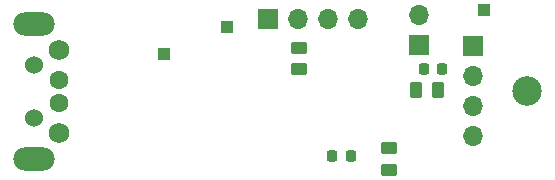
<source format=gbr>
G04 #@! TF.GenerationSoftware,KiCad,Pcbnew,6.0.4+dfsg-1*
G04 #@! TF.CreationDate,2022-04-07T16:59:10-04:00*
G04 #@! TF.ProjectId,PortaNet,506f7274-614e-4657-942e-6b696361645f,rev?*
G04 #@! TF.SameCoordinates,Original*
G04 #@! TF.FileFunction,Soldermask,Bot*
G04 #@! TF.FilePolarity,Negative*
%FSLAX46Y46*%
G04 Gerber Fmt 4.6, Leading zero omitted, Abs format (unit mm)*
G04 Created by KiCad (PCBNEW 6.0.4+dfsg-1) date 2022-04-07 16:59:10*
%MOMM*%
%LPD*%
G01*
G04 APERTURE LIST*
G04 Aperture macros list*
%AMRoundRect*
0 Rectangle with rounded corners*
0 $1 Rounding radius*
0 $2 $3 $4 $5 $6 $7 $8 $9 X,Y pos of 4 corners*
0 Add a 4 corners polygon primitive as box body*
4,1,4,$2,$3,$4,$5,$6,$7,$8,$9,$2,$3,0*
0 Add four circle primitives for the rounded corners*
1,1,$1+$1,$2,$3*
1,1,$1+$1,$4,$5*
1,1,$1+$1,$6,$7*
1,1,$1+$1,$8,$9*
0 Add four rect primitives between the rounded corners*
20,1,$1+$1,$2,$3,$4,$5,0*
20,1,$1+$1,$4,$5,$6,$7,0*
20,1,$1+$1,$6,$7,$8,$9,0*
20,1,$1+$1,$8,$9,$2,$3,0*%
G04 Aperture macros list end*
%ADD10RoundRect,0.250000X0.450000X-0.262500X0.450000X0.262500X-0.450000X0.262500X-0.450000X-0.262500X0*%
%ADD11C,2.500000*%
%ADD12C,1.524000*%
%ADD13C,1.750000*%
%ADD14C,1.600000*%
%ADD15O,3.500000X2.000000*%
%ADD16R,1.700000X1.700000*%
%ADD17O,1.700000X1.700000*%
%ADD18RoundRect,0.225000X-0.225000X-0.250000X0.225000X-0.250000X0.225000X0.250000X-0.225000X0.250000X0*%
%ADD19RoundRect,0.250000X-0.450000X0.262500X-0.450000X-0.262500X0.450000X-0.262500X0.450000X0.262500X0*%
%ADD20R,1.000000X1.000000*%
%ADD21RoundRect,0.225000X0.225000X0.250000X-0.225000X0.250000X-0.225000X-0.250000X0.225000X-0.250000X0*%
%ADD22RoundRect,0.250000X-0.262500X-0.450000X0.262500X-0.450000X0.262500X0.450000X-0.262500X0.450000X0*%
G04 APERTURE END LIST*
D10*
X146939000Y-67413500D03*
X146939000Y-69238500D03*
D11*
X166243000Y-71120000D03*
D12*
X124460000Y-68870000D03*
X124460000Y-73370000D03*
D13*
X126560000Y-74620000D03*
D14*
X126560000Y-72120000D03*
X126560000Y-70120000D03*
D13*
X126560000Y-67620000D03*
D15*
X124460000Y-76820000D03*
X124460000Y-65420000D03*
D16*
X144287000Y-64999000D03*
D17*
X146827000Y-64999000D03*
X149367000Y-64999000D03*
X151907000Y-64999000D03*
D16*
X157099000Y-67188000D03*
D17*
X157099000Y-64648000D03*
D16*
X161671000Y-67310000D03*
D17*
X161671000Y-69850000D03*
X161671000Y-72390000D03*
X161671000Y-74930000D03*
D18*
X157467000Y-69215000D03*
X159017000Y-69215000D03*
D19*
X154559000Y-75922500D03*
X154559000Y-77747500D03*
D20*
X135509000Y-67945000D03*
D21*
X151270000Y-76581000D03*
X149720000Y-76581000D03*
D20*
X162560000Y-64262000D03*
D22*
X156821500Y-70993000D03*
X158646500Y-70993000D03*
D20*
X140843000Y-65659000D03*
M02*

</source>
